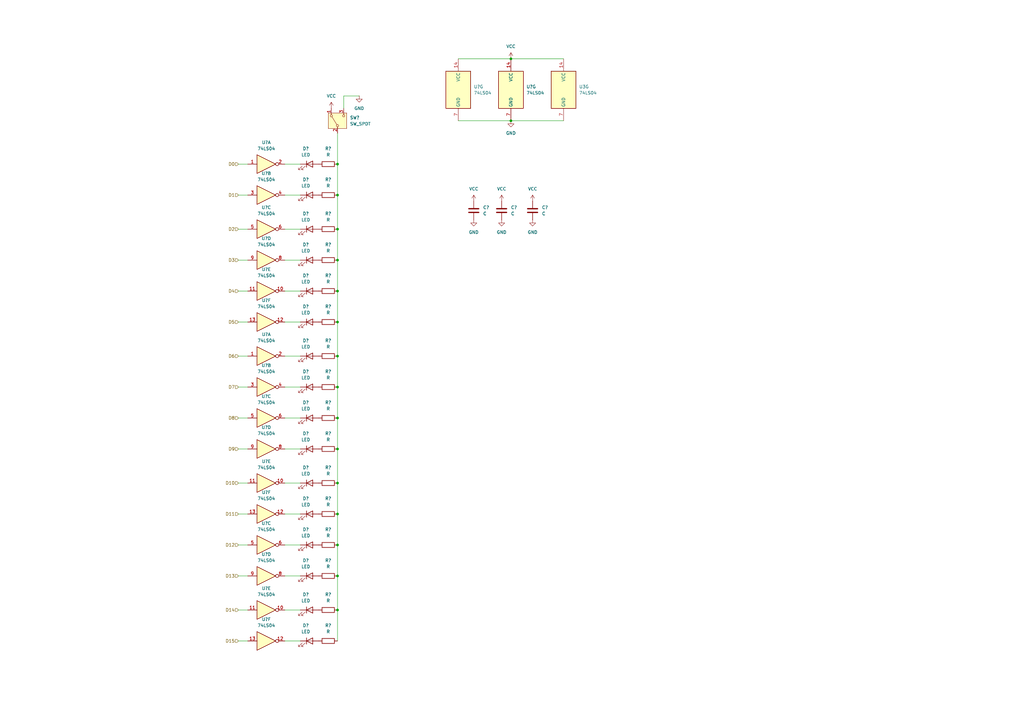
<source format=kicad_sch>
(kicad_sch (version 20231120) (generator "eeschema") (generator_version "8.0")
  (paper "A3")
  (lib_symbols
    (symbol "74xx:74LS04"
      (property "Reference" "U" (at 0 1.27 0))
      (property "Value" "74LS04" (at 0 -1.27 0))
      (symbol "74LS04_1_0"
        (polyline (pts (xy -3.81 3.81) (xy -3.81 -3.81) (xy 3.81 0) (xy -3.81 3.81)) (stroke (width 0.254)) (fill (type background)))
        (pin input line (at -7.62 0 0) (length 3.81) (name "~") (number "1"))
        (pin output inverted (at 7.62 0 180) (length 3.81) (name "~") (number "2"))
      )
      (symbol "74LS04_2_0"
        (polyline (pts (xy -3.81 3.81) (xy -3.81 -3.81) (xy 3.81 0) (xy -3.81 3.81)) (stroke (width 0.254)) (fill (type background)))
        (pin input line (at -7.62 0 0) (length 3.81) (name "~") (number "3"))
        (pin output inverted (at 7.62 0 180) (length 3.81) (name "~") (number "4"))
      )
      (symbol "74LS04_3_0"
        (polyline (pts (xy -3.81 3.81) (xy -3.81 -3.81) (xy 3.81 0) (xy -3.81 3.81)) (stroke (width 0.254)) (fill (type background)))
        (pin input line (at -7.62 0 0) (length 3.81) (name "~") (number "5"))
        (pin output inverted (at 7.62 0 180) (length 3.81) (name "~") (number "6"))
      )
      (symbol "74LS04_4_0"
        (polyline (pts (xy -3.81 3.81) (xy -3.81 -3.81) (xy 3.81 0) (xy -3.81 3.81)) (stroke (width 0.254)) (fill (type background)))
        (pin output inverted (at 7.62 0 180) (length 3.81) (name "~") (number "8"))
        (pin input line (at -7.62 0 0) (length 3.81) (name "~") (number "9"))
      )
      (symbol "74LS04_5_0"
        (polyline (pts (xy -3.81 3.81) (xy -3.81 -3.81) (xy 3.81 0) (xy -3.81 3.81)) (stroke (width 0.254)) (fill (type background)))
        (pin output inverted (at 7.62 0 180) (length 3.81) (name "~") (number "10"))
        (pin input line (at -7.62 0 0) (length 3.81) (name "~") (number "11"))
      )
      (symbol "74LS04_6_0"
        (polyline (pts (xy -3.81 3.81) (xy -3.81 -3.81) (xy 3.81 0) (xy -3.81 3.81)) (stroke (width 0.254)) (fill (type background)))
        (pin output inverted (at 7.62 0 180) (length 3.81) (name "~") (number "12"))
        (pin input line (at -7.62 0 0) (length 3.81) (name "~") (number "13"))
      )
      (symbol "74LS04_7_0"
        (pin power_in line (at 0 12.7 270) (length 5.08) (name "VCC") (number "14"))
        (pin power_in line (at 0 -12.7 90) (length 5.08) (name "GND") (number "7"))
      )
      (symbol "74LS04_7_1"
        (rectangle (start -5.08 7.62) (end 5.08 -7.62) (stroke (width 0.254)) (fill (type background)))
      )
    )
    (symbol "Device:C" (pin_numbers hide) (pin_names (offset 0.254))
      (property "Reference" "C" (at 0.635 2.54 0))
      (property "Value" "C" (at 0.635 -2.54 0))
      (symbol "C_0_1"
        (polyline (pts (xy -2.032 -0.762) (xy 2.032 -0.762)) (stroke (width 0.508)))
        (polyline (pts (xy -2.032 0.762) (xy 2.032 0.762)) (stroke (width 0.508)))
      )
      (symbol "C_1_1"
        (pin passive line (at 0 3.81 270) (length 2.794) (name "~") (number "1"))
        (pin passive line (at 0 -3.81 90) (length 2.794) (name "~") (number "2"))
      )
    )
    (symbol "Device:LED" (pin_numbers hide) (pin_names (offset 1.016) hide)
      (property "Reference" "D" (at 0 2.54 0))
      (property "Value" "LED" (at 0 -2.54 0))
      (symbol "LED_0_1"
        (polyline (pts (xy -1.27 -1.27) (xy -1.27 1.27)) (stroke (width 0.254)))
        (polyline (pts (xy -1.27 0) (xy 1.27 0)))
        (polyline (pts (xy 1.27 -1.27) (xy 1.27 1.27) (xy -1.27 0) (xy 1.27 -1.27)) (stroke (width 0.254)))
        (polyline (pts (xy -3.048 -0.762) (xy -4.572 -2.286) (xy -3.81 -2.286) (xy -4.572 -2.286) (xy -4.572 -1.524)))
        (polyline (pts (xy -1.778 -0.762) (xy -3.302 -2.286) (xy -2.54 -2.286) (xy -3.302 -2.286) (xy -3.302 -1.524)))
      )
      (symbol "LED_1_1"
        (pin passive line (at -3.81 0 0) (length 2.54) (name "K") (number "1"))
        (pin passive line (at 3.81 0 180) (length 2.54) (name "A") (number "2"))
      )
    )
    (symbol "Device:R" (pin_numbers hide) (pin_names (offset 0))
      (property "Reference" "R" (at 2.032 0 90))
      (property "Value" "R" (at 0 0 90))
      (symbol "R_0_1"
        (rectangle (start -1.016 -2.54) (end 1.016 2.54) (stroke (width 0.254)))
      )
      (symbol "R_1_1"
        (pin passive line (at 0 3.81 270) (length 1.27) (name "~") (number "1"))
        (pin passive line (at 0 -3.81 90) (length 1.27) (name "~") (number "2"))
      )
    )
    (symbol "Switch:SW_SPDT" (pin_names (offset 0) hide)
      (property "Reference" "SW" (at 0 5.08 0))
      (property "Value" "SW_SPDT" (at 0 -5.08 0))
      (symbol "SW_SPDT_0_1"
        (circle (center -2.032 0) (radius 0.4572))
        (polyline (pts (xy -1.651 0.254) (xy 1.651 2.286)))
        (circle (center 2.032 -2.54) (radius 0.4572))
        (circle (center 2.032 2.54) (radius 0.4572))
      )
      (symbol "SW_SPDT_1_1"
        (rectangle (start -3.175 3.81) (end 3.175 -3.81) (fill (type background)))
        (pin passive line (at 5.08 2.54 180) (length 2.54) (name "A") (number "1"))
        (pin passive line (at -5.08 0 0) (length 2.54) (name "B") (number "2"))
        (pin passive line (at 5.08 -2.54 180) (length 2.54) (name "C") (number "3"))
      )
    )
    (symbol "power:GND" (power) (pin_numbers hide) (pin_names (offset 0) hide)
      (property "Value" "GND" (at 0 -3.81 0))
      (symbol "GND_0_1"
        (polyline (pts (xy 0 0) (xy 0 -1.27) (xy 1.27 -1.27) (xy 0 -2.54) (xy -1.27 -1.27) (xy 0 -1.27)))
      )
      (symbol "GND_1_1"
        (pin power_in line (at 0 0 270) (length 0) (name "~") (number "1"))
      )
    )
    (symbol "power:VCC" (power) (pin_numbers hide) (pin_names (offset 0) hide)
      (property "Value" "VCC" (at 0 3.556 0))
      (symbol "VCC_0_1"
        (polyline (pts (xy -0.762 1.27) (xy 0 2.54)))
        (polyline (pts (xy 0 0) (xy 0 2.54)))
        (polyline (pts (xy 0 2.54) (xy 0.762 1.27)))
      )
      (symbol "VCC_1_1"
        (pin power_in line (at 0 0 90) (length 0) (name "~") (number "1"))
      )
    )
  )
  (junction (at 138.43 146.05))
  (junction (at 138.43 171.45))
  (junction (at 138.43 106.68))
  (junction (at 138.43 67.31))
  (junction (at 138.43 210.82))
  (junction (at 138.43 158.75))
  (junction (at 138.43 250.19))
  (junction (at 138.43 119.38))
  (junction (at 138.43 236.22))
  (junction (at 138.43 184.15))
  (junction (at 209.55 49.53))
  (junction (at 138.43 223.52))
  (junction (at 138.43 198.12))
  (junction (at 138.43 93.98))
  (junction (at 138.43 132.08))
  (junction (at 138.43 80.01))
  (junction (at 209.55 24.13))
  (wire (pts (xy 138.43 171.45) (xy 138.43 184.15)))
  (wire (pts (xy 138.43 158.75) (xy 138.43 171.45)))
  (wire (pts (xy 116.84 132.08) (xy 123.19 132.08)))
  (wire (pts (xy 116.84 106.68) (xy 123.19 106.68)))
  (wire (pts (xy 116.84 67.31) (xy 123.19 67.31)))
  (wire (pts (xy 116.84 80.01) (xy 123.19 80.01)))
  (wire (pts (xy 138.43 132.08) (xy 138.43 146.05)))
  (wire (pts (xy 97.79 262.89) (xy 101.6 262.89)))
  (wire (pts (xy 138.43 67.31) (xy 138.43 80.01)))
  (wire (pts (xy 116.84 250.19) (xy 123.19 250.19)))
  (wire (pts (xy 97.79 184.15) (xy 101.6 184.15)))
  (wire (pts (xy 209.55 49.53) (xy 231.14 49.53)))
  (wire (pts (xy 116.84 210.82) (xy 123.19 210.82)))
  (wire (pts (xy 138.43 184.15) (xy 138.43 198.12)))
  (wire (pts (xy 97.79 198.12) (xy 101.6 198.12)))
  (wire (pts (xy 97.79 223.52) (xy 101.6 223.52)))
  (wire (pts (xy 116.84 171.45) (xy 123.19 171.45)))
  (wire (pts (xy 116.84 146.05) (xy 123.19 146.05)))
  (wire (pts (xy 138.43 250.19) (xy 138.43 262.89)))
  (wire (pts (xy 97.79 210.82) (xy 101.6 210.82)))
  (wire (pts (xy 116.84 236.22) (xy 123.19 236.22)))
  (wire (pts (xy 97.79 146.05) (xy 101.6 146.05)))
  (wire (pts (xy 187.96 49.53) (xy 209.55 49.53)))
  (wire (pts (xy 138.43 236.22) (xy 138.43 250.19)))
  (wire (pts (xy 138.43 223.52) (xy 138.43 236.22)))
  (wire (pts (xy 209.55 24.13) (xy 231.14 24.13)))
  (wire (pts (xy 97.79 93.98) (xy 101.6 93.98)))
  (wire (pts (xy 138.43 93.98) (xy 138.43 106.68)))
  (wire (pts (xy 97.79 236.22) (xy 101.6 236.22)))
  (wire (pts (xy 116.84 119.38) (xy 123.19 119.38)))
  (wire (pts (xy 187.96 24.13) (xy 209.55 24.13)))
  (wire (pts (xy 138.43 146.05) (xy 138.43 158.75)))
  (wire (pts (xy 97.79 171.45) (xy 101.6 171.45)))
  (wire (pts (xy 116.84 158.75) (xy 123.19 158.75)))
  (wire (pts (xy 97.79 106.68) (xy 101.6 106.68)))
  (wire (pts (xy 97.79 132.08) (xy 101.6 132.08)))
  (wire (pts (xy 97.79 158.75) (xy 101.6 158.75)))
  (wire (pts (xy 138.43 80.01) (xy 138.43 93.98)))
  (wire (pts (xy 116.84 184.15) (xy 123.19 184.15)))
  (wire (pts (xy 140.97 44.45) (xy 140.97 39.37)))
  (wire (pts (xy 138.43 54.61) (xy 138.43 67.31)))
  (wire (pts (xy 116.84 198.12) (xy 123.19 198.12)))
  (wire (pts (xy 138.43 119.38) (xy 138.43 132.08)))
  (wire (pts (xy 116.84 262.89) (xy 123.19 262.89)))
  (wire (pts (xy 138.43 106.68) (xy 138.43 119.38)))
  (wire (pts (xy 116.84 93.98) (xy 123.19 93.98)))
  (wire (pts (xy 97.79 119.38) (xy 101.6 119.38)))
  (wire (pts (xy 140.97 39.37) (xy 147.32 39.37)))
  (wire (pts (xy 97.79 80.01) (xy 101.6 80.01)))
  (wire (pts (xy 138.43 210.82) (xy 138.43 223.52)))
  (wire (pts (xy 97.79 67.31) (xy 101.6 67.31)))
  (wire (pts (xy 97.79 250.19) (xy 101.6 250.19)))
  (wire (pts (xy 116.84 223.52) (xy 123.19 223.52)))
  (wire (pts (xy 138.43 198.12) (xy 138.43 210.82)))
  (hierarchical_label "D5" (shape input) (at 97.79 132.08 180))
  (hierarchical_label "D6" (shape input) (at 97.79 146.05 180))
  (hierarchical_label "D2" (shape input) (at 97.79 93.98 180))
  (hierarchical_label "D14" (shape input) (at 97.79 250.19 180))
  (hierarchical_label "D15" (shape input) (at 97.79 262.89 180))
  (hierarchical_label "D0" (shape input) (at 97.79 67.31 180))
  (hierarchical_label "D7" (shape input) (at 97.79 158.75 180))
  (hierarchical_label "D10" (shape input) (at 97.79 198.12 180))
  (hierarchical_label "D13" (shape input) (at 97.79 236.22 180))
  (hierarchical_label "D1" (shape input) (at 97.79 80.01 180))
  (hierarchical_label "D4" (shape input) (at 97.79 119.38 180))
  (hierarchical_label "D8" (shape input) (at 97.79 171.45 180))
  (hierarchical_label "D12" (shape input) (at 97.79 223.52 180))
  (hierarchical_label "D11" (shape input) (at 97.79 210.82 180))
  (hierarchical_label "D3" (shape input) (at 97.79 106.68 180))
  (hierarchical_label "D9" (shape input) (at 97.79 184.15 180))
  (symbol (lib_id "Device:R") (at 134.62 106.68 90) (unit 1)
    (property "Reference" "R?" (at 134.62 100.33 90))
    (property "Value" "R" (at 134.62 102.87 90))
    (property "Footprint" "Resistor_SMD:R_0805_2012Metric" (effects (hide yes)))
    (property "Description" "Resistor" (effects (hide yes)))
    (instances (project "pcb_proc_ram" (path "" (reference "R?") (unit 1)) (path "" (reference "R?") (unit 1))) (project "" (path "" (reference "R4") (unit 1))))
  )
  (symbol (lib_id "Device:C") (at 205.74 86.36 0) (unit 1)
    (property "Reference" "C?" (at 209.55 85.0899 0) (effects (justify left)))
    (property "Value" "C" (at 209.55 87.6299 0) (effects (justify left)))
    (property "Footprint" "Capacitor_SMD:C_0805_2012Metric" (effects (hide yes)))
    (property "Description" "Unpolarized capacitor" (effects (hide yes)))
    (instances (project "pcb_proc_ram" (path "" (reference "C?") (unit 1)) (path "" (reference "C?") (unit 1))) (project "" (path "" (reference "C9") (unit 1))))
  )
  (symbol (lib_id "Device:R") (at 134.62 262.89 90) (unit 1)
    (property "Reference" "R?" (at 134.62 256.54 90))
    (property "Value" "R" (at 134.62 259.08 90))
    (property "Footprint" "Resistor_SMD:R_0805_2012Metric" (effects (hide yes)))
    (property "Description" "Resistor" (effects (hide yes)))
    (instances (project "pcb_proc_ram" (path "" (reference "R?") (unit 1)) (path "" (reference "R?") (unit 1))) (project "" (path "" (reference "R16") (unit 1))))
  )
  (symbol (lib_id "Device:LED") (at 127 158.75 0) (unit 1)
    (property "Reference" "D?" (at 125.4125 152.4 0))
    (property "Value" "LED" (at 125.4125 154.94 0))
    (property "Footprint" "LED_THT:LED_Rectangular_W5.0mm_H2.0mm" (effects (hide yes)))
    (property "Description" "Light emitting diode" (effects (hide yes)))
    (instances (project "pcb_proc_ram" (path "" (reference "D?") (unit 1)) (path "" (reference "D?") (unit 1))) (project "" (path "" (reference "D8") (unit 1))))
  )
  (symbol (lib_id "Device:R") (at 134.62 93.98 90) (unit 1)
    (property "Reference" "R?" (at 134.62 87.63 90))
    (property "Value" "R" (at 134.62 90.17 90))
    (property "Footprint" "Resistor_SMD:R_0805_2012Metric" (effects (hide yes)))
    (property "Description" "Resistor" (effects (hide yes)))
    (instances (project "pcb_proc_ram" (path "" (reference "R?") (unit 1)) (path "" (reference "R?") (unit 1))) (project "" (path "" (reference "R3") (unit 1))))
  )
  (symbol (lib_id "power:GND") (at 209.55 49.53 0) (unit 1)
    (property "Reference" "#PWR?" (effects (hide yes)))
    (property "Value" "GND" (at 209.55 54.61 0))
    (property "Description" "Power symbol creates a global label with name \"GND\" , ground" (effects (hide yes)))
    (instances (project "pcb_proc_ram" (path "" (reference "#PWR?") (unit 1)) (path "" (reference "#PWR?") (unit 1))) (project "" (path "" (reference "#PWR020") (unit 1))))
  )
  (symbol (lib_id "74xx:74LS04") (at 209.55 36.83 0) (unit 7)
    (property "Reference" "U?" (at 215.9 35.5599 0) (effects (justify left)))
    (property "Value" "74LS04" (at 215.9 38.0999 0) (effects (justify left)))
    (property "Footprint" "Package_DIP:DIP-14_W7.62mm_LongPads" (effects (hide yes)))
    (property "Datasheet" "http://www.ti.com/lit/gpn/sn74LS04" (effects (hide yes)))
    (property "Description" "Hex Inverter" (effects (hide yes)))
    (instances (project "pcb_proc_ram" (path "" (reference "U?") (unit 7)) (path "" (reference "U?") (unit 7))) (project "" (path "" (reference "U2") (unit 7))))
  )
  (symbol (lib_id "Device:LED") (at 127 262.89 0) (unit 1)
    (property "Reference" "D?" (at 125.4125 256.54 0))
    (property "Value" "LED" (at 125.4125 259.08 0))
    (property "Footprint" "LED_THT:LED_Rectangular_W5.0mm_H2.0mm" (effects (hide yes)))
    (property "Description" "Light emitting diode" (effects (hide yes)))
    (instances (project "pcb_proc_ram" (path "" (reference "D?") (unit 1)) (path "" (reference "D?") (unit 1))) (project "" (path "" (reference "D16") (unit 1))))
  )
  (symbol (lib_id "Device:LED") (at 127 132.08 0) (unit 1)
    (property "Reference" "D?" (at 125.4125 125.73 0))
    (property "Value" "LED" (at 125.4125 128.27 0))
    (property "Footprint" "LED_THT:LED_Rectangular_W5.0mm_H2.0mm" (effects (hide yes)))
    (property "Description" "Light emitting diode" (effects (hide yes)))
    (instances (project "pcb_proc_ram" (path "" (reference "D?") (unit 1)) (path "" (reference "D?") (unit 1))) (project "" (path "" (reference "D6") (unit 1))))
  )
  (symbol (lib_id "74xx:74LS04") (at 231.14 36.83 0) (unit 7)
    (property "Reference" "U3" (at 237.49 35.5599 0) (effects (justify left)))
    (property "Value" "74LS04" (at 237.49 38.0999 0) (effects (justify left)))
    (property "Footprint" "Package_DIP:DIP-14_W7.62mm_LongPads" (effects (hide yes)))
    (property "Datasheet" "http://www.ti.com/lit/gpn/sn74LS04" (effects (hide yes)))
    (property "Description" "Hex Inverter" (effects (hide yes)))
  )
  (symbol (lib_id "Device:LED") (at 127 171.45 0) (unit 1)
    (property "Reference" "D?" (at 125.4125 165.1 0))
    (property "Value" "LED" (at 125.4125 167.64 0))
    (property "Footprint" "LED_THT:LED_Rectangular_W5.0mm_H2.0mm" (effects (hide yes)))
    (property "Description" "Light emitting diode" (effects (hide yes)))
    (instances (project "pcb_proc_ram" (path "" (reference "D?") (unit 1)) (path "" (reference "D?") (unit 1))) (project "" (path "" (reference "D9") (unit 1))))
  )
  (symbol (lib_id "power:VCC") (at 209.55 24.13 0) (unit 1)
    (property "Reference" "#PWR?" (effects (hide yes)))
    (property "Value" "VCC" (at 209.55 19.05 0))
    (property "Description" "Power symbol creates a global label with name \"VCC\"" (effects (hide yes)))
    (instances (project "pcb_proc_ram" (path "" (reference "#PWR?") (unit 1)) (path "" (reference "#PWR?") (unit 1))) (project "" (path "" (reference "#PWR017") (unit 1))))
  )
  (symbol (lib_id "Device:R") (at 134.62 132.08 90) (unit 1)
    (property "Reference" "R?" (at 134.62 125.73 90))
    (property "Value" "R" (at 134.62 128.27 90))
    (property "Footprint" "Resistor_SMD:R_0805_2012Metric" (effects (hide yes)))
    (property "Description" "Resistor" (effects (hide yes)))
    (instances (project "pcb_proc_ram" (path "" (reference "R?") (unit 1)) (path "" (reference "R?") (unit 1))) (project "" (path "" (reference "R6") (unit 1))))
  )
  (symbol (lib_id "power:GND") (at 218.44 90.17 0) (unit 1)
    (property "Reference" "#PWR?" (effects (hide yes)))
    (property "Value" "GND" (at 218.44 95.25 0))
    (property "Description" "Power symbol creates a global label with name \"GND\" , ground" (effects (hide yes)))
    (instances (project "pcb_proc_ram" (path "" (reference "#PWR?") (unit 1)) (path "" (reference "#PWR?") (unit 1))) (project "" (path "" (reference "#PWR026") (unit 1))))
  )
  (symbol (lib_id "74xx:74LS04") (at 109.22 67.31 0) (unit 1)
    (property "Reference" "U?" (at 109.22 58.42 0))
    (property "Value" "74LS04" (at 109.22 60.96 0))
    (property "Footprint" "Package_DIP:DIP-14_W7.62mm_Socket_LongPads" (effects (hide yes)))
    (property "Datasheet" "http://www.ti.com/lit/gpn/sn74LS04" (effects (hide yes)))
    (property "Description" "Hex Inverter" (effects (hide yes)))
    (instances (project "pcb_proc_ram" (path "" (reference "U?") (unit 1)) (path "" (reference "U?") (unit 1))) (project "" (path "" (reference "U1") (unit 1))))
  )
  (symbol (lib_id "power:GND") (at 194.31 90.17 0) (unit 1)
    (property "Reference" "#PWR?" (effects (hide yes)))
    (property "Value" "GND" (at 194.31 95.25 0))
    (property "Description" "Power symbol creates a global label with name \"GND\" , ground" (effects (hide yes)))
    (instances (project "pcb_proc_ram" (path "" (reference "#PWR?") (unit 1)) (path "" (reference "#PWR?") (unit 1))) (project "" (path "" (reference "#PWR024") (unit 1))))
  )
  (symbol (lib_id "74xx:74LS04") (at 187.96 36.83 0) (unit 7)
    (property "Reference" "U?" (at 194.31 35.5599 0) (effects (justify left)))
    (property "Value" "74LS04" (at 194.31 38.0999 0) (effects (justify left)))
    (property "Footprint" "Package_DIP:DIP-14_W7.62mm_Socket_LongPads" (effects (hide yes)))
    (property "Datasheet" "http://www.ti.com/lit/gpn/sn74LS04" (effects (hide yes)))
    (property "Description" "Hex Inverter" (effects (hide yes)))
    (instances (project "pcb_proc_ram" (path "" (reference "U?") (unit 7)) (path "" (reference "U?") (unit 7))) (project "" (path "" (reference "U1") (unit 7))))
  )
  (symbol (lib_id "Device:LED") (at 127 106.68 0) (unit 1)
    (property "Reference" "D?" (at 125.4125 100.33 0))
    (property "Value" "LED" (at 125.4125 102.87 0))
    (property "Footprint" "LED_THT:LED_Rectangular_W5.0mm_H2.0mm" (effects (hide yes)))
    (property "Description" "Light emitting diode" (effects (hide yes)))
    (instances (project "pcb_proc_ram" (path "" (reference "D?") (unit 1)) (path "" (reference "D?") (unit 1))) (project "" (path "" (reference "D4") (unit 1))))
  )
  (symbol (lib_id "74xx:74LS04") (at 109.22 146.05 0) (unit 1)
    (property "Reference" "U?" (at 109.22 137.16 0))
    (property "Value" "74LS04" (at 109.22 139.7 0))
    (property "Footprint" "Package_DIP:DIP-14_W7.62mm_LongPads" (effects (hide yes)))
    (property "Datasheet" "http://www.ti.com/lit/gpn/sn74LS04" (effects (hide yes)))
    (property "Description" "Hex Inverter" (effects (hide yes)))
    (instances (project "pcb_proc_ram" (path "" (reference "U?") (unit 1)) (path "" (reference "U?") (unit 1))) (project "" (path "" (reference "U2") (unit 1))))
  )
  (symbol (lib_id "power:VCC") (at 205.74 82.55 0) (unit 1)
    (property "Reference" "#PWR?" (effects (hide yes)))
    (property "Value" "VCC" (at 205.74 77.47 0))
    (property "Description" "Power symbol creates a global label with name \"VCC\"" (effects (hide yes)))
    (instances (project "pcb_proc_ram" (path "" (reference "#PWR?") (unit 1)) (path "" (reference "#PWR?") (unit 1))) (project "" (path "" (reference "#PWR022") (unit 1))))
  )
  (symbol (lib_id "power:VCC") (at 135.89 44.45 0) (unit 1)
    (property "Reference" "#PWR?" (effects (hide yes)))
    (property "Value" "VCC" (at 135.89 39.37 0))
    (property "Description" "Power symbol creates a global label with name \"VCC\"" (effects (hide yes)))
    (instances (project "pcb_proc_ram" (path "" (reference "#PWR?") (unit 1)) (path "" (reference "#PWR?") (unit 1))) (project "" (path "" (reference "#PWR019") (unit 1))))
  )
  (symbol (lib_id "Device:R") (at 134.62 223.52 90) (unit 1)
    (property "Reference" "R?" (at 134.62 217.17 90))
    (property "Value" "R" (at 134.62 219.71 90))
    (property "Footprint" "Resistor_SMD:R_0805_2012Metric" (effects (hide yes)))
    (property "Description" "Resistor" (effects (hide yes)))
    (instances (project "pcb_proc_ram" (path "" (reference "R?") (unit 1)) (path "" (reference "R?") (unit 1))) (project "" (path "" (reference "R13") (unit 1))))
  )
  (symbol (lib_id "Device:R") (at 134.62 80.01 90) (unit 1)
    (property "Reference" "R?" (at 134.62 73.66 90))
    (property "Value" "R" (at 134.62 76.2 90))
    (property "Footprint" "Resistor_SMD:R_0805_2012Metric" (effects (hide yes)))
    (property "Description" "Resistor" (effects (hide yes)))
    (instances (project "pcb_proc_ram" (path "" (reference "R?") (unit 1)) (path "" (reference "R?") (unit 1))) (project "" (path "" (reference "R2") (unit 1))))
  )
  (symbol (lib_id "74xx:74LS04") (at 109.22 106.68 0) (unit 4)
    (property "Reference" "U?" (at 109.22 97.79 0))
    (property "Value" "74LS04" (at 109.22 100.33 0))
    (property "Footprint" "Package_DIP:DIP-14_W7.62mm_LongPads" (effects (hide yes)))
    (property "Datasheet" "http://www.ti.com/lit/gpn/sn74LS04" (effects (hide yes)))
    (property "Description" "Hex Inverter" (effects (hide yes)))
    (instances (project "pcb_proc_ram" (path "" (reference "U?") (unit 4)) (path "" (reference "U?") (unit 4))) (project "" (path "" (reference "U1") (unit 4))))
  )
  (symbol (lib_id "Device:R") (at 134.62 184.15 90) (unit 1)
    (property "Reference" "R?" (at 134.62 177.8 90))
    (property "Value" "R" (at 134.62 180.34 90))
    (property "Footprint" "Resistor_SMD:R_0805_2012Metric" (effects (hide yes)))
    (property "Description" "Resistor" (effects (hide yes)))
    (instances (project "pcb_proc_ram" (path "" (reference "R?") (unit 1)) (path "" (reference "R?") (unit 1))) (project "" (path "" (reference "R10") (unit 1))))
  )
  (symbol (lib_id "Device:LED") (at 127 236.22 0) (unit 1)
    (property "Reference" "D?" (at 125.4125 229.87 0))
    (property "Value" "LED" (at 125.4125 232.41 0))
    (property "Footprint" "LED_THT:LED_Rectangular_W5.0mm_H2.0mm" (effects (hide yes)))
    (property "Description" "Light emitting diode" (effects (hide yes)))
    (instances (project "pcb_proc_ram" (path "" (reference "D?") (unit 1)) (path "" (reference "D?") (unit 1))) (project "" (path "" (reference "D14") (unit 1))))
  )
  (symbol (lib_id "74xx:74LS04") (at 109.22 198.12 0) (unit 5)
    (property "Reference" "U?" (at 109.22 189.23 0))
    (property "Value" "74LS04" (at 109.22 191.77 0))
    (property "Footprint" "Package_DIP:DIP-14_W7.62mm_Socket_LongPads" (effects (hide yes)))
    (property "Datasheet" "http://www.ti.com/lit/gpn/sn74LS04" (effects (hide yes)))
    (property "Description" "Hex Inverter" (effects (hide yes)))
    (instances (project "pcb_proc_ram" (path "" (reference "U?") (unit 5)) (path "" (reference "U?") (unit 5))) (project "" (path "" (reference "U2") (unit 5))))
  )
  (symbol (lib_id "power:GND") (at 147.32 39.37 0) (unit 1)
    (property "Reference" "#PWR?" (effects (hide yes)))
    (property "Value" "GND" (at 147.32 44.45 0))
    (property "Description" "Power symbol creates a global label with name \"GND\" , ground" (effects (hide yes)))
    (instances (project "pcb_proc_ram" (path "" (reference "#PWR?") (unit 1)) (path "" (reference "#PWR?") (unit 1))) (project "" (path "" (reference "#PWR018") (unit 1))))
  )
  (symbol (lib_id "power:VCC") (at 218.44 82.55 0) (unit 1)
    (property "Reference" "#PWR?" (effects (hide yes)))
    (property "Value" "VCC" (at 218.44 77.47 0))
    (property "Description" "Power symbol creates a global label with name \"VCC\"" (effects (hide yes)))
    (instances (project "pcb_proc_ram" (path "" (reference "#PWR?") (unit 1)) (path "" (reference "#PWR?") (unit 1))) (project "" (path "" (reference "#PWR023") (unit 1))))
  )
  (symbol (lib_id "Device:LED") (at 127 119.38 0) (unit 1)
    (property "Reference" "D?" (at 125.4125 113.03 0))
    (property "Value" "LED" (at 125.4125 115.57 0))
    (property "Footprint" "LED_THT:LED_Rectangular_W5.0mm_H2.0mm" (effects (hide yes)))
    (property "Description" "Light emitting diode" (effects (hide yes)))
    (instances (project "pcb_proc_ram" (path "" (reference "D?") (unit 1)) (path "" (reference "D?") (unit 1))) (project "" (path "" (reference "D5") (unit 1))))
  )
  (symbol (lib_id "Device:LED") (at 127 223.52 0) (unit 1)
    (property "Reference" "D?" (at 125.4125 217.17 0))
    (property "Value" "LED" (at 125.4125 219.71 0))
    (property "Footprint" "LED_THT:LED_Rectangular_W5.0mm_H2.0mm" (effects (hide yes)))
    (property "Description" "Light emitting diode" (effects (hide yes)))
    (instances (project "pcb_proc_ram" (path "" (reference "D?") (unit 1)) (path "" (reference "D?") (unit 1))) (project "" (path "" (reference "D13") (unit 1))))
  )
  (symbol (lib_id "74xx:74LS04") (at 109.22 262.89 0) (unit 6)
    (property "Reference" "U?" (at 109.22 254 0))
    (property "Value" "74LS04" (at 109.22 256.54 0))
    (property "Footprint" "Package_DIP:DIP-14_W7.62mm_LongPads" (effects (hide yes)))
    (property "Datasheet" "http://www.ti.com/lit/gpn/sn74LS04" (effects (hide yes)))
    (property "Description" "Hex Inverter" (effects (hide yes)))
    (instances (project "pcb_proc_ram" (path "" (reference "U?") (unit 6)) (path "" (reference "U?") (unit 6))) (project "" (path "" (reference "U3") (unit 6))))
  )
  (symbol (lib_id "Device:C") (at 194.31 86.36 0) (unit 1)
    (property "Reference" "C?" (at 198.12 85.0899 0) (effects (justify left)))
    (property "Value" "C" (at 198.12 87.6299 0) (effects (justify left)))
    (property "Footprint" "Capacitor_SMD:C_0805_2012Metric" (effects (hide yes)))
    (property "Description" "Unpolarized capacitor" (effects (hide yes)))
    (instances (project "pcb_proc_ram" (path "" (reference "C?") (unit 1)) (path "" (reference "C?") (unit 1))) (project "" (path "" (reference "C8") (unit 1))))
  )
  (symbol (lib_id "Device:R") (at 134.62 67.31 90) (unit 1)
    (property "Reference" "R?" (at 134.62 60.96 90))
    (property "Value" "R" (at 134.62 63.5 90))
    (property "Footprint" "Resistor_SMD:R_0805_2012Metric" (effects (hide yes)))
    (property "Description" "Resistor" (effects (hide yes)))
    (instances (project "" (path "" (reference "R?") (unit 1)) (path "" (reference "R?") (unit 1))) (project "" (path "" (reference "R1") (unit 1))))
  )
  (symbol (lib_id "power:VCC") (at 194.31 82.55 0) (unit 1)
    (property "Reference" "#PWR?" (effects (hide yes)))
    (property "Value" "VCC" (at 194.31 77.47 0))
    (property "Description" "Power symbol creates a global label with name \"VCC\"" (effects (hide yes)))
    (instances (project "pcb_proc_ram" (path "" (reference "#PWR?") (unit 1)) (path "" (reference "#PWR?") (unit 1))) (project "" (path "" (reference "#PWR021") (unit 1))))
  )
  (symbol (lib_id "Device:R") (at 134.62 198.12 90) (unit 1)
    (property "Reference" "R?" (at 134.62 191.77 90))
    (property "Value" "R" (at 134.62 194.31 90))
    (property "Footprint" "Resistor_SMD:R_0805_2012Metric" (effects (hide yes)))
    (property "Description" "Resistor" (effects (hide yes)))
    (instances (project "pcb_proc_ram" (path "" (reference "R?") (unit 1)) (path "" (reference "R?") (unit 1))) (project "" (path "" (reference "R11") (unit 1))))
  )
  (symbol (lib_id "74xx:74LS04") (at 109.22 119.38 0) (unit 5)
    (property "Reference" "U?" (at 109.22 110.49 0))
    (property "Value" "74LS04" (at 109.22 113.03 0))
    (property "Footprint" "Package_DIP:DIP-14_W7.62mm_LongPads" (effects (hide yes)))
    (property "Datasheet" "http://www.ti.com/lit/gpn/sn74LS04" (effects (hide yes)))
    (property "Description" "Hex Inverter" (effects (hide yes)))
    (instances (project "pcb_proc_ram" (path "" (reference "U?") (unit 5)) (path "" (reference "U?") (unit 5))) (project "" (path "" (reference "U1") (unit 5))))
  )
  (symbol (lib_id "Device:R") (at 134.62 210.82 90) (unit 1)
    (property "Reference" "R?" (at 134.62 204.47 90))
    (property "Value" "R" (at 134.62 207.01 90))
    (property "Footprint" "Resistor_SMD:R_0805_2012Metric" (effects (hide yes)))
    (property "Description" "Resistor" (effects (hide yes)))
    (instances (project "pcb_proc_ram" (path "" (reference "R?") (unit 1)) (path "" (reference "R?") (unit 1))) (project "" (path "" (reference "R12") (unit 1))))
  )
  (symbol (lib_id "Device:LED") (at 127 198.12 0) (unit 1)
    (property "Reference" "D?" (at 125.4125 191.77 0))
    (property "Value" "LED" (at 125.4125 194.31 0))
    (property "Footprint" "LED_THT:LED_Rectangular_W5.0mm_H2.0mm" (effects (hide yes)))
    (property "Description" "Light emitting diode" (effects (hide yes)))
    (instances (project "pcb_proc_ram" (path "" (reference "D?") (unit 1)) (path "" (reference "D?") (unit 1))) (project "" (path "" (reference "D11") (unit 1))))
  )
  (symbol (lib_id "Device:R") (at 134.62 158.75 90) (unit 1)
    (property "Reference" "R?" (at 134.62 152.4 90))
    (property "Value" "R" (at 134.62 154.94 90))
    (property "Footprint" "Resistor_SMD:R_0805_2012Metric" (effects (hide yes)))
    (property "Description" "Resistor" (effects (hide yes)))
    (instances (project "pcb_proc_ram" (path "" (reference "R?") (unit 1)) (path "" (reference "R?") (unit 1))) (project "" (path "" (reference "R8") (unit 1))))
  )
  (symbol (lib_id "74xx:74LS04") (at 109.22 171.45 0) (unit 3)
    (property "Reference" "U?" (at 109.22 162.56 0))
    (property "Value" "74LS04" (at 109.22 165.1 0))
    (property "Footprint" "Package_DIP:DIP-14_W7.62mm_Socket_LongPads" (effects (hide yes)))
    (property "Datasheet" "http://www.ti.com/lit/gpn/sn74LS04" (effects (hide yes)))
    (property "Description" "Hex Inverter" (effects (hide yes)))
    (instances (project "pcb_proc_ram" (path "" (reference "U?") (unit 3)) (path "" (reference "U?") (unit 3))) (project "" (path "" (reference "U2") (unit 3))))
  )
  (symbol (lib_id "Switch:SW_SPDT") (at 138.43 49.53 90) (unit 1)
    (property "Reference" "SW?" (at 143.51 48.2599 90) (effects (justify right)))
    (property "Value" "SW_SPDT" (at 143.51 50.7999 90) (effects (justify right)))
    (property "Footprint" "Button_Switch_THT:SW_E-Switch_EG1271_SPDT" (effects (hide yes)))
    (property "Description" "Switch, single pole double throw" (effects (hide yes)))
    (instances (project "pcb_proc_ram" (path "" (reference "SW?") (unit 1)) (path "" (reference "SW?") (unit 1))) (project "" (path "" (reference "SW1") (unit 1))))
  )
  (symbol (lib_id "Device:LED") (at 127 146.05 0) (unit 1)
    (property "Reference" "D?" (at 125.4125 139.7 0))
    (property "Value" "LED" (at 125.4125 142.24 0))
    (property "Footprint" "LED_THT:LED_Rectangular_W5.0mm_H2.0mm" (effects (hide yes)))
    (property "Description" "Light emitting diode" (effects (hide yes)))
    (instances (project "pcb_proc_ram" (path "" (reference "D?") (unit 1)) (path "" (reference "D?") (unit 1))) (project "" (path "" (reference "D7") (unit 1))))
  )
  (symbol (lib_id "Device:C") (at 218.44 86.36 0) (unit 1)
    (property "Reference" "C?" (at 222.25 85.0899 0) (effects (justify left)))
    (property "Value" "C" (at 222.25 87.6299 0) (effects (justify left)))
    (property "Footprint" "Capacitor_SMD:C_0805_2012Metric" (effects (hide yes)))
    (property "Description" "Unpolarized capacitor" (effects (hide yes)))
    (instances (project "pcb_proc_ram" (path "" (reference "C?") (unit 1)) (path "" (reference "C?") (unit 1))) (project "" (path "" (reference "C10") (unit 1))))
  )
  (symbol (lib_id "Device:R") (at 134.62 236.22 90) (unit 1)
    (property "Reference" "R?" (at 134.62 229.87 90))
    (property "Value" "R" (at 134.62 232.41 90))
    (property "Footprint" "Resistor_SMD:R_0805_2012Metric" (effects (hide yes)))
    (property "Description" "Resistor" (effects (hide yes)))
    (instances (project "pcb_proc_ram" (path "" (reference "R?") (unit 1)) (path "" (reference "R?") (unit 1))) (project "" (path "" (reference "R14") (unit 1))))
  )
  (symbol (lib_id "Device:R") (at 134.62 119.38 90) (unit 1)
    (property "Reference" "R?" (at 134.62 113.03 90))
    (property "Value" "R" (at 134.62 115.57 90))
    (property "Footprint" "Resistor_SMD:R_0805_2012Metric" (effects (hide yes)))
    (property "Description" "Resistor" (effects (hide yes)))
    (instances (project "pcb_proc_ram" (path "" (reference "R?") (unit 1)) (path "" (reference "R?") (unit 1))) (project "" (path "" (reference "R5") (unit 1))))
  )
  (symbol (lib_id "Device:LED") (at 127 210.82 0) (unit 1)
    (property "Reference" "D?" (at 125.4125 204.47 0))
    (property "Value" "LED" (at 125.4125 207.01 0))
    (property "Footprint" "LED_THT:LED_Rectangular_W5.0mm_H2.0mm" (effects (hide yes)))
    (property "Description" "Light emitting diode" (effects (hide yes)))
    (instances (project "pcb_proc_ram" (path "" (reference "D?") (unit 1)) (path "" (reference "D?") (unit 1))) (project "" (path "" (reference "D12") (unit 1))))
  )
  (symbol (lib_id "74xx:74LS04") (at 109.22 236.22 0) (unit 4)
    (property "Reference" "U?" (at 109.22 227.33 0))
    (property "Value" "74LS04" (at 109.22 229.87 0))
    (property "Footprint" "Package_DIP:DIP-14_W7.62mm_LongPads" (effects (hide yes)))
    (property "Datasheet" "http://www.ti.com/lit/gpn/sn74LS04" (effects (hide yes)))
    (property "Description" "Hex Inverter" (effects (hide yes)))
    (instances (project "pcb_proc_ram" (path "" (reference "U?") (unit 4)) (path "" (reference "U?") (unit 4))) (project "" (path "" (reference "U3") (unit 4))))
  )
  (symbol (lib_id "74xx:74LS04") (at 109.22 223.52 0) (unit 3)
    (property "Reference" "U?" (at 109.22 214.63 0))
    (property "Value" "74LS04" (at 109.22 217.17 0))
    (property "Footprint" "Package_DIP:DIP-14_W7.62mm_LongPads" (effects (hide yes)))
    (property "Datasheet" "http://www.ti.com/lit/gpn/sn74LS04" (effects (hide yes)))
    (property "Description" "Hex Inverter" (effects (hide yes)))
    (instances (project "pcb_proc_ram" (path "" (reference "U?") (unit 3)) (path "" (reference "U?") (unit 3))) (project "" (path "" (reference "U3") (unit 3))))
  )
  (symbol (lib_id "Device:R") (at 134.62 250.19 90) (unit 1)
    (property "Reference" "R?" (at 134.62 243.84 90))
    (property "Value" "R" (at 134.62 246.38 90))
    (property "Footprint" "Resistor_SMD:R_0805_2012Metric" (effects (hide yes)))
    (property "Description" "Resistor" (effects (hide yes)))
    (instances (project "pcb_proc_ram" (path "" (reference "R?") (unit 1)) (path "" (reference "R?") (unit 1))) (project "" (path "" (reference "R15") (unit 1))))
  )
  (symbol (lib_id "Device:R") (at 134.62 171.45 90) (unit 1)
    (property "Reference" "R?" (at 134.62 165.1 90))
    (property "Value" "R" (at 134.62 167.64 90))
    (property "Footprint" "Resistor_SMD:R_0805_2012Metric" (effects (hide yes)))
    (property "Description" "Resistor" (effects (hide yes)))
    (instances (project "pcb_proc_ram" (path "" (reference "R?") (unit 1)) (path "" (reference "R?") (unit 1))) (project "" (path "" (reference "R9") (unit 1))))
  )
  (symbol (lib_id "power:GND") (at 205.74 90.17 0) (unit 1)
    (property "Reference" "#PWR?" (effects (hide yes)))
    (property "Value" "GND" (at 205.74 95.25 0))
    (property "Description" "Power symbol creates a global label with name \"GND\" , ground" (effects (hide yes)))
    (instances (project "pcb_proc_ram" (path "" (reference "#PWR?") (unit 1)) (path "" (reference "#PWR?") (unit 1))) (project "" (path "" (reference "#PWR025") (unit 1))))
  )
  (symbol (lib_id "Device:LED") (at 127 67.31 0) (unit 1)
    (property "Reference" "D?" (at 125.4125 60.96 0))
    (property "Value" "LED" (at 125.4125 63.5 0))
    (property "Footprint" "LED_THT:LED_Rectangular_W5.0mm_H2.0mm" (effects (hide yes)))
    (property "Description" "Light emitting diode" (effects (hide yes)))
    (instances (project "pcb_proc_ram" (path "" (reference "D?") (unit 1)) (path "" (reference "D?") (unit 1))) (project "" (path "" (reference "D1") (unit 1))))
  )
  (symbol (lib_id "74xx:74LS04") (at 109.22 184.15 0) (unit 4)
    (property "Reference" "U?" (at 109.22 175.26 0))
    (property "Value" "74LS04" (at 109.22 177.8 0))
    (property "Footprint" "Package_DIP:DIP-14_W7.62mm_Socket_LongPads" (effects (hide yes)))
    (property "Datasheet" "http://www.ti.com/lit/gpn/sn74LS04" (effects (hide yes)))
    (property "Description" "Hex Inverter" (effects (hide yes)))
    (instances (project "pcb_proc_ram" (path "" (reference "U?") (unit 4)) (path "" (reference "U?") (unit 4))) (project "" (path "" (reference "U2") (unit 4))))
  )
  (symbol (lib_id "74xx:74LS04") (at 109.22 80.01 0) (unit 2)
    (property "Reference" "U?" (at 109.22 71.12 0))
    (property "Value" "74LS04" (at 109.22 73.66 0))
    (property "Footprint" "Package_DIP:DIP-14_W7.62mm_LongPads" (effects (hide yes)))
    (property "Datasheet" "http://www.ti.com/lit/gpn/sn74LS04" (effects (hide yes)))
    (property "Description" "Hex Inverter" (effects (hide yes)))
    (instances (project "pcb_proc_ram" (path "" (reference "U?") (unit 2)) (path "" (reference "U?") (unit 2))) (project "" (path "" (reference "U1") (unit 2))))
  )
  (symbol (lib_id "Device:LED") (at 127 184.15 0) (unit 1)
    (property "Reference" "D?" (at 125.4125 177.8 0))
    (property "Value" "LED" (at 125.4125 180.34 0))
    (property "Footprint" "LED_THT:LED_Rectangular_W5.0mm_H2.0mm" (effects (hide yes)))
    (property "Description" "Light emitting diode" (effects (hide yes)))
    (instances (project "pcb_proc_ram" (path "" (reference "D?") (unit 1)) (path "" (reference "D?") (unit 1))) (project "" (path "" (reference "D10") (unit 1))))
  )
  (symbol (lib_id "74xx:74LS04") (at 109.22 250.19 0) (unit 5)
    (property "Reference" "U?" (at 109.22 241.3 0))
    (property "Value" "74LS04" (at 109.22 243.84 0))
    (property "Footprint" "Package_DIP:DIP-14_W7.62mm_LongPads" (effects (hide yes)))
    (property "Datasheet" "http://www.ti.com/lit/gpn/sn74LS04" (effects (hide yes)))
    (property "Description" "Hex Inverter" (effects (hide yes)))
    (instances (project "pcb_proc_ram" (path "" (reference "U?") (unit 5)) (path "" (reference "U?") (unit 5))) (project "" (path "" (reference "U3") (unit 5))))
  )
  (symbol (lib_id "Device:R") (at 134.62 146.05 90) (unit 1)
    (property "Reference" "R?" (at 134.62 139.7 90))
    (property "Value" "R" (at 134.62 142.24 90))
    (property "Footprint" "Resistor_SMD:R_0805_2012Metric" (effects (hide yes)))
    (property "Description" "Resistor" (effects (hide yes)))
    (instances (project "pcb_proc_ram" (path "" (reference "R?") (unit 1)) (path "" (reference "R?") (unit 1))) (project "" (path "" (reference "R7") (unit 1))))
  )
  (symbol (lib_id "Device:LED") (at 127 93.98 0) (unit 1)
    (property "Reference" "D?" (at 125.4125 87.63 0))
    (property "Value" "LED" (at 125.4125 90.17 0))
    (property "Footprint" "LED_THT:LED_Rectangular_W5.0mm_H2.0mm" (effects (hide yes)))
    (property "Description" "Light emitting diode" (effects (hide yes)))
    (instances (project "pcb_proc_ram" (path "" (reference "D?") (unit 1)) (path "" (reference "D?") (unit 1))) (project "" (path "" (reference "D3") (unit 1))))
  )
  (symbol (lib_id "Device:LED") (at 127 250.19 0) (unit 1)
    (property "Reference" "D?" (at 125.4125 243.84 0))
    (property "Value" "LED" (at 125.4125 246.38 0))
    (property "Footprint" "LED_THT:LED_Rectangular_W5.0mm_H2.0mm" (effects (hide yes)))
    (property "Description" "Light emitting diode" (effects (hide yes)))
    (instances (project "pcb_proc_ram" (path "" (reference "D?") (unit 1)) (path "" (reference "D?") (unit 1))) (project "" (path "" (reference "D15") (unit 1))))
  )
  (symbol (lib_id "74xx:74LS04") (at 109.22 210.82 0) (unit 6)
    (property "Reference" "U?" (at 109.22 201.93 0))
    (property "Value" "74LS04" (at 109.22 204.47 0))
    (property "Footprint" "Package_DIP:DIP-14_W7.62mm_Socket_LongPads" (effects (hide yes)))
    (property "Datasheet" "http://www.ti.com/lit/gpn/sn74LS04" (effects (hide yes)))
    (property "Description" "Hex Inverter" (effects (hide yes)))
    (instances (project "pcb_proc_ram" (path "" (reference "U?") (unit 6)) (path "" (reference "U?") (unit 6))) (project "" (path "" (reference "U2") (unit 6))))
  )
  (symbol (lib_id "74xx:74LS04") (at 109.22 132.08 0) (unit 6)
    (property "Reference" "U?" (at 109.22 123.19 0))
    (property "Value" "74LS04" (at 109.22 125.73 0))
    (property "Footprint" "Package_DIP:DIP-14_W7.62mm_LongPads" (effects (hide yes)))
    (property "Datasheet" "http://www.ti.com/lit/gpn/sn74LS04" (effects (hide yes)))
    (property "Description" "Hex Inverter" (effects (hide yes)))
    (instances (project "pcb_proc_ram" (path "" (reference "U?") (unit 6)) (path "" (reference "U?") (unit 6))) (project "" (path "" (reference "U1") (unit 6))))
  )
  (symbol (lib_id "74xx:74LS04") (at 109.22 158.75 0) (unit 2)
    (property "Reference" "U?" (at 109.22 149.86 0))
    (property "Value" "74LS04" (at 109.22 152.4 0))
    (property "Footprint" "Package_DIP:DIP-14_W7.62mm_Socket_LongPads" (effects (hide yes)))
    (property "Datasheet" "http://www.ti.com/lit/gpn/sn74LS04" (effects (hide yes)))
    (property "Description" "Hex Inverter" (effects (hide yes)))
    (instances (project "pcb_proc_ram" (path "" (reference "U?") (unit 2)) (path "" (reference "U?") (unit 2))) (project "" (path "" (reference "U2") (unit 2))))
  )
  (symbol (lib_id "74xx:74LS04") (at 109.22 93.98 0) (unit 3)
    (property "Reference" "U?" (at 109.22 85.09 0))
    (property "Value" "74LS04" (at 109.22 87.63 0))
    (property "Footprint" "Package_DIP:DIP-14_W7.62mm_LongPads" (effects (hide yes)))
    (property "Datasheet" "http://www.ti.com/lit/gpn/sn74LS04" (effects (hide yes)))
    (property "Description" "Hex Inverter" (effects (hide yes)))
    (instances (project "pcb_proc_ram" (path "" (reference "U?") (unit 3)) (path "" (reference "U?") (unit 3))) (project "" (path "" (reference "U1") (unit 3))))
  )
  (symbol (lib_id "Device:LED") (at 127 80.01 0) (unit 1)
    (property "Reference" "D?" (at 125.4125 73.66 0))
    (property "Value" "LED" (at 125.4125 76.2 0))
    (property "Footprint" "LED_THT:LED_Rectangular_W5.0mm_H2.0mm" (effects (hide yes)))
    (property "Description" "Light emitting diode" (effects (hide yes)))
    (instances (project "pcb_proc_ram" (path "" (reference "D?") (unit 1)) (path "" (reference "D?") (unit 1))) (project "" (path "" (reference "D2") (unit 1))))
  )
)
</source>
